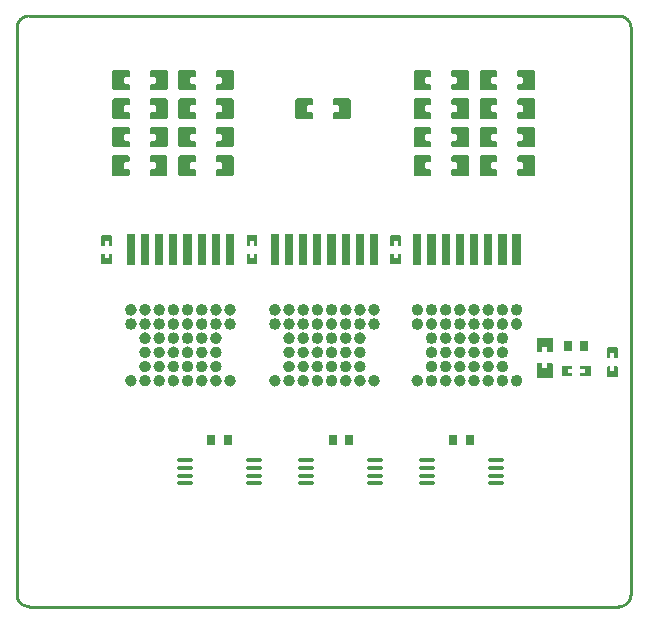
<source format=gbp>
G04*
G04 #@! TF.GenerationSoftware,Altium Limited,Altium Designer,22.0.2 (36)*
G04*
G04 Layer_Color=128*
%FSLAX24Y24*%
%MOIN*%
G70*
G04*
G04 #@! TF.SameCoordinates,5AD8CBCB-7B86-44EA-BE16-98DFC8B2639C*
G04*
G04*
G04 #@! TF.FilePolarity,Positive*
G04*
G01*
G75*
%ADD17C,0.0100*%
%ADD18C,0.0197*%
%ADD45O,0.0572X0.0139*%
%ADD47R,0.0315X0.0354*%
G36*
X17269Y17851D02*
Y17249D01*
X17230Y17210D01*
X16724D01*
X16685Y17249D01*
Y17395D01*
X16724Y17434D01*
X16844D01*
X16883Y17474D01*
Y17626D01*
X16844Y17666D01*
X16724D01*
X16685Y17705D01*
Y17851D01*
X16724Y17890D01*
X17230D01*
X17269Y17851D01*
D02*
G37*
G36*
X16015D02*
Y17705D01*
X15976Y17666D01*
X15856D01*
X15817Y17626D01*
Y17474D01*
X15856Y17434D01*
X15976D01*
X16015Y17395D01*
Y17249D01*
X15976Y17210D01*
X15470D01*
X15431Y17249D01*
Y17851D01*
X15470Y17890D01*
X15976D01*
X16015Y17851D01*
D02*
G37*
G36*
X15069D02*
Y17249D01*
X15030Y17210D01*
X14524D01*
X14485Y17249D01*
Y17395D01*
X14524Y17434D01*
X14644D01*
X14683Y17474D01*
Y17626D01*
X14644Y17666D01*
X14524D01*
X14485Y17705D01*
Y17851D01*
X14524Y17890D01*
X15030D01*
X15069Y17851D01*
D02*
G37*
G36*
X13815D02*
Y17705D01*
X13776Y17666D01*
X13656D01*
X13617Y17626D01*
Y17474D01*
X13656Y17434D01*
X13776D01*
X13815Y17395D01*
Y17249D01*
X13776Y17210D01*
X13270D01*
X13231Y17249D01*
Y17851D01*
X13270Y17890D01*
X13776D01*
X13815Y17851D01*
D02*
G37*
G36*
X7219D02*
Y17249D01*
X7180Y17210D01*
X6674D01*
X6635Y17249D01*
Y17395D01*
X6674Y17434D01*
X6794D01*
X6833Y17474D01*
Y17626D01*
X6794Y17666D01*
X6674D01*
X6635Y17705D01*
Y17851D01*
X6674Y17890D01*
X7180D01*
X7219Y17851D01*
D02*
G37*
G36*
X5965D02*
Y17705D01*
X5926Y17666D01*
X5806D01*
X5767Y17626D01*
Y17474D01*
X5806Y17434D01*
X5926D01*
X5965Y17395D01*
Y17249D01*
X5926Y17210D01*
X5420D01*
X5381Y17249D01*
Y17851D01*
X5420Y17890D01*
X5926D01*
X5965Y17851D01*
D02*
G37*
G36*
X5019D02*
Y17249D01*
X4980Y17210D01*
X4474D01*
X4435Y17249D01*
Y17395D01*
X4474Y17434D01*
X4594D01*
X4633Y17474D01*
Y17626D01*
X4594Y17666D01*
X4474D01*
X4435Y17705D01*
Y17851D01*
X4474Y17890D01*
X4980D01*
X5019Y17851D01*
D02*
G37*
G36*
X3765D02*
Y17705D01*
X3726Y17666D01*
X3606D01*
X3567Y17626D01*
Y17474D01*
X3606Y17434D01*
X3726D01*
X3765Y17395D01*
Y17249D01*
X3726Y17210D01*
X3220D01*
X3181Y17249D01*
Y17851D01*
X3220Y17890D01*
X3726D01*
X3765Y17851D01*
D02*
G37*
G36*
X17269Y16901D02*
Y16299D01*
X17230Y16260D01*
X16724D01*
X16685Y16299D01*
Y16445D01*
X16724Y16484D01*
X16844D01*
X16883Y16524D01*
Y16676D01*
X16844Y16716D01*
X16724D01*
X16685Y16755D01*
Y16901D01*
X16724Y16940D01*
X17230D01*
X17269Y16901D01*
D02*
G37*
G36*
X16015D02*
Y16755D01*
X15976Y16716D01*
X15856D01*
X15817Y16676D01*
Y16524D01*
X15856Y16484D01*
X15976D01*
X16015Y16445D01*
Y16299D01*
X15976Y16260D01*
X15470D01*
X15431Y16299D01*
Y16901D01*
X15470Y16940D01*
X15976D01*
X16015Y16901D01*
D02*
G37*
G36*
X15069D02*
Y16299D01*
X15030Y16260D01*
X14524D01*
X14485Y16299D01*
Y16445D01*
X14524Y16484D01*
X14644D01*
X14683Y16524D01*
Y16676D01*
X14644Y16716D01*
X14524D01*
X14485Y16755D01*
Y16901D01*
X14524Y16940D01*
X15030D01*
X15069Y16901D01*
D02*
G37*
G36*
X13815D02*
Y16755D01*
X13776Y16716D01*
X13656D01*
X13617Y16676D01*
Y16524D01*
X13656Y16484D01*
X13776D01*
X13815Y16445D01*
Y16299D01*
X13776Y16260D01*
X13270D01*
X13231Y16299D01*
Y16901D01*
X13270Y16940D01*
X13776D01*
X13815Y16901D01*
D02*
G37*
G36*
X11119D02*
Y16299D01*
X11080Y16260D01*
X10574D01*
X10535Y16299D01*
Y16445D01*
X10574Y16484D01*
X10694D01*
X10733Y16524D01*
Y16676D01*
X10694Y16716D01*
X10574D01*
X10535Y16755D01*
Y16901D01*
X10574Y16940D01*
X11080D01*
X11119Y16901D01*
D02*
G37*
G36*
X9865D02*
Y16755D01*
X9826Y16716D01*
X9706D01*
X9667Y16676D01*
Y16524D01*
X9706Y16484D01*
X9826D01*
X9865Y16445D01*
Y16299D01*
X9826Y16260D01*
X9320D01*
X9281Y16299D01*
Y16901D01*
X9320Y16940D01*
X9826D01*
X9865Y16901D01*
D02*
G37*
G36*
X7219D02*
Y16299D01*
X7180Y16260D01*
X6674D01*
X6635Y16299D01*
Y16445D01*
X6674Y16484D01*
X6794D01*
X6833Y16524D01*
Y16676D01*
X6794Y16716D01*
X6674D01*
X6635Y16755D01*
Y16901D01*
X6674Y16940D01*
X7180D01*
X7219Y16901D01*
D02*
G37*
G36*
X5965D02*
Y16755D01*
X5926Y16716D01*
X5806D01*
X5767Y16676D01*
Y16524D01*
X5806Y16484D01*
X5926D01*
X5965Y16445D01*
Y16299D01*
X5926Y16260D01*
X5420D01*
X5381Y16299D01*
Y16901D01*
X5420Y16940D01*
X5926D01*
X5965Y16901D01*
D02*
G37*
G36*
X5019D02*
Y16299D01*
X4980Y16260D01*
X4474D01*
X4435Y16299D01*
Y16445D01*
X4474Y16484D01*
X4594D01*
X4633Y16524D01*
Y16676D01*
X4594Y16716D01*
X4474D01*
X4435Y16755D01*
Y16901D01*
X4474Y16940D01*
X4980D01*
X5019Y16901D01*
D02*
G37*
G36*
X3765D02*
Y16755D01*
X3726Y16716D01*
X3606D01*
X3567Y16676D01*
Y16524D01*
X3606Y16484D01*
X3726D01*
X3765Y16445D01*
Y16299D01*
X3726Y16260D01*
X3220D01*
X3181Y16299D01*
Y16901D01*
X3220Y16940D01*
X3726D01*
X3765Y16901D01*
D02*
G37*
G36*
X17269Y15951D02*
Y15349D01*
X17230Y15310D01*
X16724D01*
X16685Y15349D01*
Y15495D01*
X16724Y15534D01*
X16844D01*
X16883Y15574D01*
Y15726D01*
X16844Y15766D01*
X16724D01*
X16685Y15805D01*
Y15951D01*
X16724Y15990D01*
X17230D01*
X17269Y15951D01*
D02*
G37*
G36*
X16015D02*
Y15805D01*
X15976Y15766D01*
X15856D01*
X15817Y15726D01*
Y15574D01*
X15856Y15534D01*
X15976D01*
X16015Y15495D01*
Y15349D01*
X15976Y15310D01*
X15470D01*
X15431Y15349D01*
Y15951D01*
X15470Y15990D01*
X15976D01*
X16015Y15951D01*
D02*
G37*
G36*
X15069D02*
Y15349D01*
X15030Y15310D01*
X14524D01*
X14485Y15349D01*
Y15495D01*
X14524Y15534D01*
X14644D01*
X14683Y15574D01*
Y15726D01*
X14644Y15766D01*
X14524D01*
X14485Y15805D01*
Y15951D01*
X14524Y15990D01*
X15030D01*
X15069Y15951D01*
D02*
G37*
G36*
X13815D02*
Y15805D01*
X13776Y15766D01*
X13656D01*
X13617Y15726D01*
Y15574D01*
X13656Y15534D01*
X13776D01*
X13815Y15495D01*
Y15349D01*
X13776Y15310D01*
X13270D01*
X13231Y15349D01*
Y15951D01*
X13270Y15990D01*
X13776D01*
X13815Y15951D01*
D02*
G37*
G36*
X7219D02*
Y15349D01*
X7180Y15310D01*
X6674D01*
X6635Y15349D01*
Y15495D01*
X6674Y15534D01*
X6794D01*
X6833Y15574D01*
Y15726D01*
X6794Y15766D01*
X6674D01*
X6635Y15805D01*
Y15951D01*
X6674Y15990D01*
X7180D01*
X7219Y15951D01*
D02*
G37*
G36*
X5965D02*
Y15805D01*
X5926Y15766D01*
X5806D01*
X5767Y15726D01*
Y15574D01*
X5806Y15534D01*
X5926D01*
X5965Y15495D01*
Y15349D01*
X5926Y15310D01*
X5420D01*
X5381Y15349D01*
Y15951D01*
X5420Y15990D01*
X5926D01*
X5965Y15951D01*
D02*
G37*
G36*
X5019D02*
Y15349D01*
X4980Y15310D01*
X4474D01*
X4435Y15349D01*
Y15495D01*
X4474Y15534D01*
X4594D01*
X4633Y15574D01*
Y15726D01*
X4594Y15766D01*
X4474D01*
X4435Y15805D01*
Y15951D01*
X4474Y15990D01*
X4980D01*
X5019Y15951D01*
D02*
G37*
G36*
X3765D02*
Y15805D01*
X3726Y15766D01*
X3606D01*
X3567Y15726D01*
Y15574D01*
X3606Y15534D01*
X3726D01*
X3765Y15495D01*
Y15349D01*
X3726Y15310D01*
X3220D01*
X3181Y15349D01*
Y15951D01*
X3220Y15990D01*
X3726D01*
X3765Y15951D01*
D02*
G37*
G36*
X17269Y15001D02*
Y14399D01*
X17230Y14360D01*
X16724D01*
X16685Y14399D01*
Y14545D01*
X16724Y14584D01*
X16844D01*
X16883Y14624D01*
Y14776D01*
X16844Y14816D01*
X16724D01*
X16685Y14855D01*
Y15001D01*
X16724Y15040D01*
X17230D01*
X17269Y15001D01*
D02*
G37*
G36*
X16015D02*
Y14855D01*
X15976Y14816D01*
X15856D01*
X15817Y14776D01*
Y14624D01*
X15856Y14584D01*
X15976D01*
X16015Y14545D01*
Y14399D01*
X15976Y14360D01*
X15470D01*
X15431Y14399D01*
Y15001D01*
X15470Y15040D01*
X15976D01*
X16015Y15001D01*
D02*
G37*
G36*
X15069D02*
Y14399D01*
X15030Y14360D01*
X14524D01*
X14485Y14399D01*
Y14545D01*
X14524Y14584D01*
X14644D01*
X14683Y14624D01*
Y14776D01*
X14644Y14816D01*
X14524D01*
X14485Y14855D01*
Y15001D01*
X14524Y15040D01*
X15030D01*
X15069Y15001D01*
D02*
G37*
G36*
X13815D02*
Y14855D01*
X13776Y14816D01*
X13656D01*
X13617Y14776D01*
Y14624D01*
X13656Y14584D01*
X13776D01*
X13815Y14545D01*
Y14399D01*
X13776Y14360D01*
X13270D01*
X13231Y14399D01*
Y15001D01*
X13270Y15040D01*
X13776D01*
X13815Y15001D01*
D02*
G37*
G36*
X7219D02*
Y14399D01*
X7180Y14360D01*
X6674D01*
X6635Y14399D01*
Y14545D01*
X6674Y14584D01*
X6794D01*
X6833Y14624D01*
Y14776D01*
X6794Y14816D01*
X6674D01*
X6635Y14855D01*
Y15001D01*
X6674Y15040D01*
X7180D01*
X7219Y15001D01*
D02*
G37*
G36*
X5965D02*
Y14855D01*
X5926Y14816D01*
X5806D01*
X5767Y14776D01*
Y14624D01*
X5806Y14584D01*
X5926D01*
X5965Y14545D01*
Y14399D01*
X5926Y14360D01*
X5420D01*
X5381Y14399D01*
Y15001D01*
X5420Y15040D01*
X5926D01*
X5965Y15001D01*
D02*
G37*
G36*
X5009D02*
Y14399D01*
X4969Y14360D01*
X4463D01*
X4424Y14399D01*
Y14545D01*
X4463Y14584D01*
X4583D01*
X4623Y14624D01*
Y14776D01*
X4583Y14816D01*
X4463D01*
X4424Y14855D01*
Y15001D01*
X4463Y15040D01*
X4969D01*
X5009Y15001D01*
D02*
G37*
G36*
X3755D02*
Y14855D01*
X3715Y14816D01*
X3595D01*
X3556Y14776D01*
Y14624D01*
X3595Y14584D01*
X3715D01*
X3755Y14545D01*
Y14399D01*
X3715Y14360D01*
X3209D01*
X3170Y14399D01*
Y15001D01*
X3209Y15040D01*
X3715D01*
X3755Y15001D01*
D02*
G37*
G36*
X12805Y12370D02*
Y12056D01*
X12785Y12036D01*
X12696D01*
Y12182D01*
X12566D01*
Y12036D01*
X12470D01*
X12451Y12056D01*
Y12370D01*
X12470Y12390D01*
X12785D01*
X12805Y12370D01*
D02*
G37*
G36*
X8013D02*
Y12056D01*
X7993Y12036D01*
X7904D01*
Y12182D01*
X7774D01*
Y12036D01*
X7678D01*
X7659Y12056D01*
Y12370D01*
X7678Y12390D01*
X7993D01*
X8013Y12370D01*
D02*
G37*
G36*
X3171D02*
Y12056D01*
X3151Y12036D01*
X3061D01*
Y12182D01*
X2932D01*
Y12036D01*
X2836D01*
X2817Y12056D01*
Y12370D01*
X2836Y12390D01*
X3151D01*
X3171Y12370D01*
D02*
G37*
G36*
X12805Y11741D02*
Y11430D01*
X12785Y11410D01*
X12470D01*
X12451Y11430D01*
Y11741D01*
X12470Y11760D01*
X12566D01*
Y11611D01*
X12696D01*
Y11760D01*
X12785D01*
X12805Y11741D01*
D02*
G37*
G36*
X8013D02*
Y11430D01*
X7993Y11410D01*
X7678D01*
X7659Y11430D01*
Y11741D01*
X7678Y11760D01*
X7774D01*
Y11611D01*
X7904D01*
Y11760D01*
X7993D01*
X8013Y11741D01*
D02*
G37*
G36*
X3171D02*
Y11430D01*
X3151Y11410D01*
X2836D01*
X2817Y11430D01*
Y11741D01*
X2836Y11760D01*
X2932D01*
Y11611D01*
X3061D01*
Y11760D01*
X3151D01*
X3171Y11741D01*
D02*
G37*
G36*
X16791Y11382D02*
X16516D01*
Y12406D01*
X16791D01*
Y11382D01*
D02*
G37*
G36*
X16319D02*
X16043D01*
Y12406D01*
X16319D01*
Y11382D01*
D02*
G37*
G36*
X15846D02*
X15571D01*
Y12406D01*
X15846D01*
Y11382D01*
D02*
G37*
G36*
X15374D02*
X15098D01*
Y12406D01*
X15374D01*
Y11382D01*
D02*
G37*
G36*
X14902D02*
X14626D01*
Y12406D01*
X14902D01*
Y11382D01*
D02*
G37*
G36*
X14429D02*
X14154D01*
Y12406D01*
X14429D01*
Y11382D01*
D02*
G37*
G36*
X13957D02*
X13681D01*
Y12406D01*
X13957D01*
Y11382D01*
D02*
G37*
G36*
X13484D02*
X13209D01*
Y12406D01*
X13484D01*
Y11382D01*
D02*
G37*
G36*
X12041D02*
X11766D01*
Y12406D01*
X12041D01*
Y11382D01*
D02*
G37*
G36*
X11569D02*
X11293D01*
Y12406D01*
X11569D01*
Y11382D01*
D02*
G37*
G36*
X11096D02*
X10821D01*
Y12406D01*
X11096D01*
Y11382D01*
D02*
G37*
G36*
X10624D02*
X10348D01*
Y12406D01*
X10624D01*
Y11382D01*
D02*
G37*
G36*
X10152D02*
X9876D01*
Y12406D01*
X10152D01*
Y11382D01*
D02*
G37*
G36*
X9679D02*
X9404D01*
Y12406D01*
X9679D01*
Y11382D01*
D02*
G37*
G36*
X9207D02*
X8931D01*
Y12406D01*
X9207D01*
Y11382D01*
D02*
G37*
G36*
X8734D02*
X8459D01*
Y12406D01*
X8734D01*
Y11382D01*
D02*
G37*
G36*
X7241D02*
X6966D01*
Y12406D01*
X7241D01*
Y11382D01*
D02*
G37*
G36*
X6769D02*
X6493D01*
Y12406D01*
X6769D01*
Y11382D01*
D02*
G37*
G36*
X6296D02*
X6021D01*
Y12406D01*
X6296D01*
Y11382D01*
D02*
G37*
G36*
X5824D02*
X5548D01*
Y12406D01*
X5824D01*
Y11382D01*
D02*
G37*
G36*
X5352D02*
X5076D01*
Y12406D01*
X5352D01*
Y11382D01*
D02*
G37*
G36*
X4879D02*
X4604D01*
Y12406D01*
X4879D01*
Y11382D01*
D02*
G37*
G36*
X4407D02*
X4131D01*
Y12406D01*
X4407D01*
Y11382D01*
D02*
G37*
G36*
X3934D02*
X3659D01*
Y12406D01*
X3934D01*
Y11382D01*
D02*
G37*
G36*
X17865Y8950D02*
Y8497D01*
X17846Y8477D01*
X17680Y8479D01*
Y8652D01*
X17503D01*
Y8475D01*
X17342Y8477D01*
X17322Y8497D01*
Y8950D01*
X17342Y8969D01*
X17846D01*
X17865Y8950D01*
D02*
G37*
G36*
X20027Y8620D02*
Y8309D01*
X20007Y8290D01*
X19912D01*
Y8439D01*
X19782D01*
Y8290D01*
X19693D01*
X19673Y8309D01*
Y8620D01*
X19693Y8640D01*
X20007D01*
X20027Y8620D01*
D02*
G37*
G36*
X17865Y8103D02*
Y7650D01*
X17846Y7631D01*
X17342D01*
X17322Y7650D01*
Y8103D01*
X17342Y8123D01*
X17503Y8121D01*
Y7948D01*
X17680D01*
Y8123D01*
X17846Y8123D01*
X17865Y8103D01*
D02*
G37*
G36*
X20027Y7994D02*
Y7680D01*
X20007Y7660D01*
X19693D01*
X19673Y7680D01*
Y7994D01*
X19693Y8014D01*
X19782D01*
Y7868D01*
X19912D01*
Y8014D01*
X20007D01*
X20027Y7994D01*
D02*
G37*
G36*
X19134Y8007D02*
Y7693D01*
X19114Y7673D01*
X18803D01*
X18783Y7693D01*
Y7788D01*
X18933D01*
Y7918D01*
X18783D01*
Y8007D01*
X18803Y8027D01*
X19114D01*
X19134Y8007D01*
D02*
G37*
G36*
X18508D02*
Y7918D01*
X18362D01*
Y7788D01*
X18508D01*
Y7693D01*
X18488Y7673D01*
X18173D01*
X18154Y7693D01*
Y8007D01*
X18173Y8027D01*
X18488D01*
X18508Y8007D01*
D02*
G37*
D17*
X20079Y0D02*
G03*
X20472Y394I0J394D01*
G01*
Y19291D02*
G03*
X20079Y19685I-394J0D01*
G01*
X394D02*
G03*
X0Y19291I0J-394D01*
G01*
Y394D02*
G03*
X394Y0I394J0D01*
G01*
Y19685D02*
X20079D01*
X394Y0D02*
X20079D01*
X0Y394D02*
Y19291D01*
X20472Y394D02*
Y19291D01*
D18*
X7202Y7531D02*
G03*
X7202Y7531I-98J0D01*
G01*
X6730D02*
G03*
X6730Y7531I-98J0D01*
G01*
X6257D02*
G03*
X6257Y7531I-98J0D01*
G01*
X5785D02*
G03*
X5785Y7531I-98J0D01*
G01*
X5312D02*
G03*
X5312Y7531I-98J0D01*
G01*
X4840D02*
G03*
X4840Y7531I-98J0D01*
G01*
X4367D02*
G03*
X4367Y7531I-98J0D01*
G01*
X3895D02*
G03*
X3895Y7531I-98J0D01*
G01*
X6730Y8004D02*
G03*
X6730Y8004I-98J0D01*
G01*
X6257D02*
G03*
X6257Y8004I-98J0D01*
G01*
X5785D02*
G03*
X5785Y8004I-98J0D01*
G01*
X5312D02*
G03*
X5312Y8004I-98J0D01*
G01*
X4840D02*
G03*
X4840Y8004I-98J0D01*
G01*
X4367D02*
G03*
X4367Y8004I-98J0D01*
G01*
X6730Y8476D02*
G03*
X6730Y8476I-98J0D01*
G01*
X6257D02*
G03*
X6257Y8476I-98J0D01*
G01*
X5785D02*
G03*
X5785Y8476I-98J0D01*
G01*
X5312D02*
G03*
X5312Y8476I-98J0D01*
G01*
X4840D02*
G03*
X4840Y8476I-98J0D01*
G01*
X4367D02*
G03*
X4367Y8476I-98J0D01*
G01*
X6730Y8949D02*
G03*
X6730Y8949I-98J0D01*
G01*
X6257D02*
G03*
X6257Y8949I-98J0D01*
G01*
X5785D02*
G03*
X5785Y8949I-98J0D01*
G01*
X5312D02*
G03*
X5312Y8949I-98J0D01*
G01*
X4840D02*
G03*
X4840Y8949I-98J0D01*
G01*
X4367D02*
G03*
X4367Y8949I-98J0D01*
G01*
X7202Y9421D02*
G03*
X7202Y9421I-98J0D01*
G01*
X6730D02*
G03*
X6730Y9421I-98J0D01*
G01*
X6257D02*
G03*
X6257Y9421I-98J0D01*
G01*
X5785D02*
G03*
X5785Y9421I-98J0D01*
G01*
X5312D02*
G03*
X5312Y9421I-98J0D01*
G01*
X4840D02*
G03*
X4840Y9421I-98J0D01*
G01*
X4367D02*
G03*
X4367Y9421I-98J0D01*
G01*
X3895D02*
G03*
X3895Y9421I-98J0D01*
G01*
X7202Y9894D02*
G03*
X7202Y9894I-98J0D01*
G01*
X6730D02*
G03*
X6730Y9894I-98J0D01*
G01*
X6257D02*
G03*
X6257Y9894I-98J0D01*
G01*
X5785D02*
G03*
X5785Y9894I-98J0D01*
G01*
X5312D02*
G03*
X5312Y9894I-98J0D01*
G01*
X4840D02*
G03*
X4840Y9894I-98J0D01*
G01*
X4367D02*
G03*
X4367Y9894I-98J0D01*
G01*
X3895D02*
G03*
X3895Y9894I-98J0D01*
G01*
X16752Y7531D02*
G03*
X16752Y7531I-98J0D01*
G01*
X16280D02*
G03*
X16280Y7531I-98J0D01*
G01*
X15807D02*
G03*
X15807Y7531I-98J0D01*
G01*
X15335D02*
G03*
X15335Y7531I-98J0D01*
G01*
X14862D02*
G03*
X14862Y7531I-98J0D01*
G01*
X14390D02*
G03*
X14390Y7531I-98J0D01*
G01*
X13917D02*
G03*
X13917Y7531I-98J0D01*
G01*
X13445D02*
G03*
X13445Y7531I-98J0D01*
G01*
X16280Y8004D02*
G03*
X16280Y8004I-98J0D01*
G01*
X15807D02*
G03*
X15807Y8004I-98J0D01*
G01*
X15335D02*
G03*
X15335Y8004I-98J0D01*
G01*
X14862D02*
G03*
X14862Y8004I-98J0D01*
G01*
X14390D02*
G03*
X14390Y8004I-98J0D01*
G01*
X13917D02*
G03*
X13917Y8004I-98J0D01*
G01*
X16280Y8476D02*
G03*
X16280Y8476I-98J0D01*
G01*
X15807D02*
G03*
X15807Y8476I-98J0D01*
G01*
X15335D02*
G03*
X15335Y8476I-98J0D01*
G01*
X14862D02*
G03*
X14862Y8476I-98J0D01*
G01*
X14390D02*
G03*
X14390Y8476I-98J0D01*
G01*
X13917D02*
G03*
X13917Y8476I-98J0D01*
G01*
X16280Y8949D02*
G03*
X16280Y8949I-98J0D01*
G01*
X15807D02*
G03*
X15807Y8949I-98J0D01*
G01*
X15335D02*
G03*
X15335Y8949I-98J0D01*
G01*
X14862D02*
G03*
X14862Y8949I-98J0D01*
G01*
X14390D02*
G03*
X14390Y8949I-98J0D01*
G01*
X13917D02*
G03*
X13917Y8949I-98J0D01*
G01*
X16752Y9421D02*
G03*
X16752Y9421I-98J0D01*
G01*
X16280D02*
G03*
X16280Y9421I-98J0D01*
G01*
X15807D02*
G03*
X15807Y9421I-98J0D01*
G01*
X15335D02*
G03*
X15335Y9421I-98J0D01*
G01*
X14862D02*
G03*
X14862Y9421I-98J0D01*
G01*
X14390D02*
G03*
X14390Y9421I-98J0D01*
G01*
X13917D02*
G03*
X13917Y9421I-98J0D01*
G01*
X13445D02*
G03*
X13445Y9421I-98J0D01*
G01*
X16752Y9894D02*
G03*
X16752Y9894I-98J0D01*
G01*
X16280D02*
G03*
X16280Y9894I-98J0D01*
G01*
X15807D02*
G03*
X15807Y9894I-98J0D01*
G01*
X15335D02*
G03*
X15335Y9894I-98J0D01*
G01*
X14862D02*
G03*
X14862Y9894I-98J0D01*
G01*
X14390D02*
G03*
X14390Y9894I-98J0D01*
G01*
X13917D02*
G03*
X13917Y9894I-98J0D01*
G01*
X13445D02*
G03*
X13445Y9894I-98J0D01*
G01*
X8695D02*
G03*
X8695Y9894I-98J0D01*
G01*
X9167D02*
G03*
X9167Y9894I-98J0D01*
G01*
X9640D02*
G03*
X9640Y9894I-98J0D01*
G01*
X10112D02*
G03*
X10112Y9894I-98J0D01*
G01*
X10585D02*
G03*
X10585Y9894I-98J0D01*
G01*
X11057D02*
G03*
X11057Y9894I-98J0D01*
G01*
X11530D02*
G03*
X11530Y9894I-98J0D01*
G01*
X12002D02*
G03*
X12002Y9894I-98J0D01*
G01*
X8695Y9421D02*
G03*
X8695Y9421I-98J0D01*
G01*
X9167D02*
G03*
X9167Y9421I-98J0D01*
G01*
X9640D02*
G03*
X9640Y9421I-98J0D01*
G01*
X10112D02*
G03*
X10112Y9421I-98J0D01*
G01*
X10585D02*
G03*
X10585Y9421I-98J0D01*
G01*
X11057D02*
G03*
X11057Y9421I-98J0D01*
G01*
X11530D02*
G03*
X11530Y9421I-98J0D01*
G01*
X12002D02*
G03*
X12002Y9421I-98J0D01*
G01*
X9167Y8949D02*
G03*
X9167Y8949I-98J0D01*
G01*
X9640D02*
G03*
X9640Y8949I-98J0D01*
G01*
X10112D02*
G03*
X10112Y8949I-98J0D01*
G01*
X10585D02*
G03*
X10585Y8949I-98J0D01*
G01*
X11057D02*
G03*
X11057Y8949I-98J0D01*
G01*
X11530D02*
G03*
X11530Y8949I-98J0D01*
G01*
X9167Y8476D02*
G03*
X9167Y8476I-98J0D01*
G01*
X9640D02*
G03*
X9640Y8476I-98J0D01*
G01*
X10112D02*
G03*
X10112Y8476I-98J0D01*
G01*
X10585D02*
G03*
X10585Y8476I-98J0D01*
G01*
X11057D02*
G03*
X11057Y8476I-98J0D01*
G01*
X11530D02*
G03*
X11530Y8476I-98J0D01*
G01*
X9167Y8004D02*
G03*
X9167Y8004I-98J0D01*
G01*
X9640D02*
G03*
X9640Y8004I-98J0D01*
G01*
X10112D02*
G03*
X10112Y8004I-98J0D01*
G01*
X10585D02*
G03*
X10585Y8004I-98J0D01*
G01*
X11057D02*
G03*
X11057Y8004I-98J0D01*
G01*
X11530D02*
G03*
X11530Y8004I-98J0D01*
G01*
X8695Y7531D02*
G03*
X8695Y7531I-98J0D01*
G01*
X9167D02*
G03*
X9167Y7531I-98J0D01*
G01*
X9640D02*
G03*
X9640Y7531I-98J0D01*
G01*
X10112D02*
G03*
X10112Y7531I-98J0D01*
G01*
X10585D02*
G03*
X10585Y7531I-98J0D01*
G01*
X11057D02*
G03*
X11057Y7531I-98J0D01*
G01*
X11530D02*
G03*
X11530Y7531I-98J0D01*
G01*
X12002D02*
G03*
X12002Y7531I-98J0D01*
G01*
D45*
X7909Y4881D02*
D03*
Y4625D02*
D03*
Y4369D02*
D03*
Y4113D02*
D03*
X5604Y4881D02*
D03*
Y4625D02*
D03*
Y4369D02*
D03*
Y4113D02*
D03*
X9644D02*
D03*
Y4369D02*
D03*
Y4625D02*
D03*
Y4881D02*
D03*
X11948Y4113D02*
D03*
Y4369D02*
D03*
Y4625D02*
D03*
Y4881D02*
D03*
X13664Y4113D02*
D03*
Y4369D02*
D03*
Y4625D02*
D03*
Y4881D02*
D03*
X15969Y4113D02*
D03*
Y4369D02*
D03*
Y4625D02*
D03*
Y4881D02*
D03*
D47*
X18913Y8700D02*
D03*
X18362D02*
D03*
X15095Y5571D02*
D03*
X14544D02*
D03*
X11075D02*
D03*
X10524D02*
D03*
X7035D02*
D03*
X6484D02*
D03*
M02*

</source>
